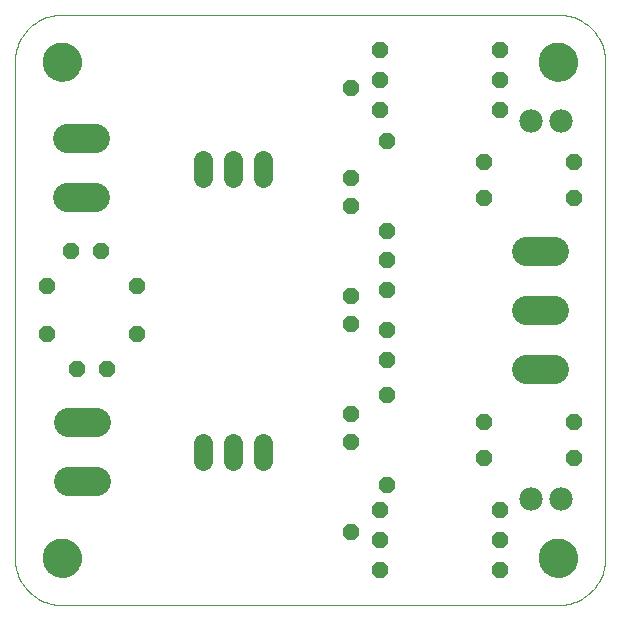
<source format=gbs>
G75*
G70*
%OFA0B0*%
%FSLAX24Y24*%
%IPPOS*%
%LPD*%
%AMOC8*
5,1,8,0,0,1.08239X$1,22.5*
%
%ADD10C,0.0000*%
%ADD11C,0.1300*%
%ADD12C,0.0977*%
%ADD13OC8,0.0520*%
%ADD14C,0.0780*%
%ADD15C,0.0640*%
D10*
X005612Y004990D02*
X005612Y021526D01*
X006557Y021526D02*
X006559Y021576D01*
X006565Y021626D01*
X006575Y021675D01*
X006589Y021723D01*
X006606Y021770D01*
X006627Y021815D01*
X006652Y021859D01*
X006680Y021900D01*
X006712Y021939D01*
X006746Y021976D01*
X006783Y022010D01*
X006823Y022040D01*
X006865Y022067D01*
X006909Y022091D01*
X006955Y022112D01*
X007002Y022128D01*
X007050Y022141D01*
X007100Y022150D01*
X007149Y022155D01*
X007200Y022156D01*
X007250Y022153D01*
X007299Y022146D01*
X007348Y022135D01*
X007396Y022120D01*
X007442Y022102D01*
X007487Y022080D01*
X007530Y022054D01*
X007571Y022025D01*
X007610Y021993D01*
X007646Y021958D01*
X007678Y021920D01*
X007708Y021880D01*
X007735Y021837D01*
X007758Y021793D01*
X007777Y021747D01*
X007793Y021699D01*
X007805Y021650D01*
X007813Y021601D01*
X007817Y021551D01*
X007817Y021501D01*
X007813Y021451D01*
X007805Y021402D01*
X007793Y021353D01*
X007777Y021305D01*
X007758Y021259D01*
X007735Y021215D01*
X007708Y021172D01*
X007678Y021132D01*
X007646Y021094D01*
X007610Y021059D01*
X007571Y021027D01*
X007530Y020998D01*
X007487Y020972D01*
X007442Y020950D01*
X007396Y020932D01*
X007348Y020917D01*
X007299Y020906D01*
X007250Y020899D01*
X007200Y020896D01*
X007149Y020897D01*
X007100Y020902D01*
X007050Y020911D01*
X007002Y020924D01*
X006955Y020940D01*
X006909Y020961D01*
X006865Y020985D01*
X006823Y021012D01*
X006783Y021042D01*
X006746Y021076D01*
X006712Y021113D01*
X006680Y021152D01*
X006652Y021193D01*
X006627Y021237D01*
X006606Y021282D01*
X006589Y021329D01*
X006575Y021377D01*
X006565Y021426D01*
X006559Y021476D01*
X006557Y021526D01*
X005612Y021526D02*
X005614Y021603D01*
X005620Y021680D01*
X005629Y021757D01*
X005642Y021833D01*
X005659Y021909D01*
X005680Y021983D01*
X005704Y022057D01*
X005732Y022129D01*
X005763Y022199D01*
X005798Y022268D01*
X005836Y022336D01*
X005877Y022401D01*
X005922Y022464D01*
X005970Y022525D01*
X006020Y022584D01*
X006073Y022640D01*
X006129Y022693D01*
X006188Y022743D01*
X006249Y022791D01*
X006312Y022836D01*
X006377Y022877D01*
X006445Y022915D01*
X006514Y022950D01*
X006584Y022981D01*
X006656Y023009D01*
X006730Y023033D01*
X006804Y023054D01*
X006880Y023071D01*
X006956Y023084D01*
X007033Y023093D01*
X007110Y023099D01*
X007187Y023101D01*
X023722Y023101D01*
X023092Y021526D02*
X023094Y021576D01*
X023100Y021626D01*
X023110Y021675D01*
X023124Y021723D01*
X023141Y021770D01*
X023162Y021815D01*
X023187Y021859D01*
X023215Y021900D01*
X023247Y021939D01*
X023281Y021976D01*
X023318Y022010D01*
X023358Y022040D01*
X023400Y022067D01*
X023444Y022091D01*
X023490Y022112D01*
X023537Y022128D01*
X023585Y022141D01*
X023635Y022150D01*
X023684Y022155D01*
X023735Y022156D01*
X023785Y022153D01*
X023834Y022146D01*
X023883Y022135D01*
X023931Y022120D01*
X023977Y022102D01*
X024022Y022080D01*
X024065Y022054D01*
X024106Y022025D01*
X024145Y021993D01*
X024181Y021958D01*
X024213Y021920D01*
X024243Y021880D01*
X024270Y021837D01*
X024293Y021793D01*
X024312Y021747D01*
X024328Y021699D01*
X024340Y021650D01*
X024348Y021601D01*
X024352Y021551D01*
X024352Y021501D01*
X024348Y021451D01*
X024340Y021402D01*
X024328Y021353D01*
X024312Y021305D01*
X024293Y021259D01*
X024270Y021215D01*
X024243Y021172D01*
X024213Y021132D01*
X024181Y021094D01*
X024145Y021059D01*
X024106Y021027D01*
X024065Y020998D01*
X024022Y020972D01*
X023977Y020950D01*
X023931Y020932D01*
X023883Y020917D01*
X023834Y020906D01*
X023785Y020899D01*
X023735Y020896D01*
X023684Y020897D01*
X023635Y020902D01*
X023585Y020911D01*
X023537Y020924D01*
X023490Y020940D01*
X023444Y020961D01*
X023400Y020985D01*
X023358Y021012D01*
X023318Y021042D01*
X023281Y021076D01*
X023247Y021113D01*
X023215Y021152D01*
X023187Y021193D01*
X023162Y021237D01*
X023141Y021282D01*
X023124Y021329D01*
X023110Y021377D01*
X023100Y021426D01*
X023094Y021476D01*
X023092Y021526D01*
X023722Y023101D02*
X023799Y023099D01*
X023876Y023093D01*
X023953Y023084D01*
X024029Y023071D01*
X024105Y023054D01*
X024179Y023033D01*
X024253Y023009D01*
X024325Y022981D01*
X024395Y022950D01*
X024464Y022915D01*
X024532Y022877D01*
X024597Y022836D01*
X024660Y022791D01*
X024721Y022743D01*
X024780Y022693D01*
X024836Y022640D01*
X024889Y022584D01*
X024939Y022525D01*
X024987Y022464D01*
X025032Y022401D01*
X025073Y022336D01*
X025111Y022268D01*
X025146Y022199D01*
X025177Y022129D01*
X025205Y022057D01*
X025229Y021983D01*
X025250Y021909D01*
X025267Y021833D01*
X025280Y021757D01*
X025289Y021680D01*
X025295Y021603D01*
X025297Y021526D01*
X025297Y004990D01*
X023092Y004990D02*
X023094Y005040D01*
X023100Y005090D01*
X023110Y005139D01*
X023124Y005187D01*
X023141Y005234D01*
X023162Y005279D01*
X023187Y005323D01*
X023215Y005364D01*
X023247Y005403D01*
X023281Y005440D01*
X023318Y005474D01*
X023358Y005504D01*
X023400Y005531D01*
X023444Y005555D01*
X023490Y005576D01*
X023537Y005592D01*
X023585Y005605D01*
X023635Y005614D01*
X023684Y005619D01*
X023735Y005620D01*
X023785Y005617D01*
X023834Y005610D01*
X023883Y005599D01*
X023931Y005584D01*
X023977Y005566D01*
X024022Y005544D01*
X024065Y005518D01*
X024106Y005489D01*
X024145Y005457D01*
X024181Y005422D01*
X024213Y005384D01*
X024243Y005344D01*
X024270Y005301D01*
X024293Y005257D01*
X024312Y005211D01*
X024328Y005163D01*
X024340Y005114D01*
X024348Y005065D01*
X024352Y005015D01*
X024352Y004965D01*
X024348Y004915D01*
X024340Y004866D01*
X024328Y004817D01*
X024312Y004769D01*
X024293Y004723D01*
X024270Y004679D01*
X024243Y004636D01*
X024213Y004596D01*
X024181Y004558D01*
X024145Y004523D01*
X024106Y004491D01*
X024065Y004462D01*
X024022Y004436D01*
X023977Y004414D01*
X023931Y004396D01*
X023883Y004381D01*
X023834Y004370D01*
X023785Y004363D01*
X023735Y004360D01*
X023684Y004361D01*
X023635Y004366D01*
X023585Y004375D01*
X023537Y004388D01*
X023490Y004404D01*
X023444Y004425D01*
X023400Y004449D01*
X023358Y004476D01*
X023318Y004506D01*
X023281Y004540D01*
X023247Y004577D01*
X023215Y004616D01*
X023187Y004657D01*
X023162Y004701D01*
X023141Y004746D01*
X023124Y004793D01*
X023110Y004841D01*
X023100Y004890D01*
X023094Y004940D01*
X023092Y004990D01*
X023722Y003415D02*
X023799Y003417D01*
X023876Y003423D01*
X023953Y003432D01*
X024029Y003445D01*
X024105Y003462D01*
X024179Y003483D01*
X024253Y003507D01*
X024325Y003535D01*
X024395Y003566D01*
X024464Y003601D01*
X024532Y003639D01*
X024597Y003680D01*
X024660Y003725D01*
X024721Y003773D01*
X024780Y003823D01*
X024836Y003876D01*
X024889Y003932D01*
X024939Y003991D01*
X024987Y004052D01*
X025032Y004115D01*
X025073Y004180D01*
X025111Y004248D01*
X025146Y004317D01*
X025177Y004387D01*
X025205Y004459D01*
X025229Y004533D01*
X025250Y004607D01*
X025267Y004683D01*
X025280Y004759D01*
X025289Y004836D01*
X025295Y004913D01*
X025297Y004990D01*
X023722Y003416D02*
X007187Y003416D01*
X006557Y004990D02*
X006559Y005040D01*
X006565Y005090D01*
X006575Y005139D01*
X006589Y005187D01*
X006606Y005234D01*
X006627Y005279D01*
X006652Y005323D01*
X006680Y005364D01*
X006712Y005403D01*
X006746Y005440D01*
X006783Y005474D01*
X006823Y005504D01*
X006865Y005531D01*
X006909Y005555D01*
X006955Y005576D01*
X007002Y005592D01*
X007050Y005605D01*
X007100Y005614D01*
X007149Y005619D01*
X007200Y005620D01*
X007250Y005617D01*
X007299Y005610D01*
X007348Y005599D01*
X007396Y005584D01*
X007442Y005566D01*
X007487Y005544D01*
X007530Y005518D01*
X007571Y005489D01*
X007610Y005457D01*
X007646Y005422D01*
X007678Y005384D01*
X007708Y005344D01*
X007735Y005301D01*
X007758Y005257D01*
X007777Y005211D01*
X007793Y005163D01*
X007805Y005114D01*
X007813Y005065D01*
X007817Y005015D01*
X007817Y004965D01*
X007813Y004915D01*
X007805Y004866D01*
X007793Y004817D01*
X007777Y004769D01*
X007758Y004723D01*
X007735Y004679D01*
X007708Y004636D01*
X007678Y004596D01*
X007646Y004558D01*
X007610Y004523D01*
X007571Y004491D01*
X007530Y004462D01*
X007487Y004436D01*
X007442Y004414D01*
X007396Y004396D01*
X007348Y004381D01*
X007299Y004370D01*
X007250Y004363D01*
X007200Y004360D01*
X007149Y004361D01*
X007100Y004366D01*
X007050Y004375D01*
X007002Y004388D01*
X006955Y004404D01*
X006909Y004425D01*
X006865Y004449D01*
X006823Y004476D01*
X006783Y004506D01*
X006746Y004540D01*
X006712Y004577D01*
X006680Y004616D01*
X006652Y004657D01*
X006627Y004701D01*
X006606Y004746D01*
X006589Y004793D01*
X006575Y004841D01*
X006565Y004890D01*
X006559Y004940D01*
X006557Y004990D01*
X005612Y004990D02*
X005614Y004913D01*
X005620Y004836D01*
X005629Y004759D01*
X005642Y004683D01*
X005659Y004607D01*
X005680Y004533D01*
X005704Y004459D01*
X005732Y004387D01*
X005763Y004317D01*
X005798Y004248D01*
X005836Y004180D01*
X005877Y004115D01*
X005922Y004052D01*
X005970Y003991D01*
X006020Y003932D01*
X006073Y003876D01*
X006129Y003823D01*
X006188Y003773D01*
X006249Y003725D01*
X006312Y003680D01*
X006377Y003639D01*
X006445Y003601D01*
X006514Y003566D01*
X006584Y003535D01*
X006656Y003507D01*
X006730Y003483D01*
X006804Y003462D01*
X006880Y003445D01*
X006956Y003432D01*
X007033Y003423D01*
X007110Y003417D01*
X007187Y003415D01*
D11*
X007187Y004990D03*
X023722Y004990D03*
X023722Y021526D03*
X007187Y021526D03*
D12*
X007363Y018994D02*
X008300Y018994D01*
X008300Y017025D02*
X007363Y017025D01*
X007375Y009518D02*
X008312Y009518D01*
X008312Y007549D02*
X007375Y007549D01*
X022643Y011290D02*
X023580Y011290D01*
X023580Y013258D02*
X022643Y013258D01*
X022643Y015227D02*
X023580Y015227D01*
D13*
X024238Y016998D03*
X024238Y018179D03*
X021785Y019935D03*
X021785Y020935D03*
X021785Y021935D03*
X018013Y018892D03*
X017785Y019935D03*
X016832Y020664D03*
X017785Y020935D03*
X017785Y021935D03*
X021238Y018179D03*
X021238Y016998D03*
X018013Y015892D03*
X018013Y014939D03*
X018013Y013939D03*
X016832Y013727D03*
X016832Y012790D03*
X018013Y012577D03*
X018013Y011577D03*
X018013Y010427D03*
X016832Y009790D03*
X016832Y008853D03*
X018013Y007427D03*
X017785Y006581D03*
X016832Y005853D03*
X017785Y005581D03*
X017785Y004581D03*
X021785Y004581D03*
X021785Y005581D03*
X021785Y006581D03*
X021238Y008337D03*
X021238Y009518D03*
X024238Y009518D03*
X024238Y008337D03*
X016832Y016727D03*
X016832Y017664D03*
X009671Y014046D03*
X008474Y015227D03*
X007474Y015227D03*
X006671Y014046D03*
X006671Y012471D03*
X007671Y011290D03*
X008671Y011290D03*
X009671Y012471D03*
D14*
X022828Y006959D03*
X023828Y006959D03*
X023828Y019557D03*
X022828Y019557D03*
D15*
X013895Y018267D02*
X013895Y017667D01*
X012895Y017667D02*
X012895Y018267D01*
X011895Y018267D02*
X011895Y017667D01*
X011895Y008818D02*
X011895Y008218D01*
X012895Y008218D02*
X012895Y008818D01*
X013895Y008818D02*
X013895Y008218D01*
M02*

</source>
